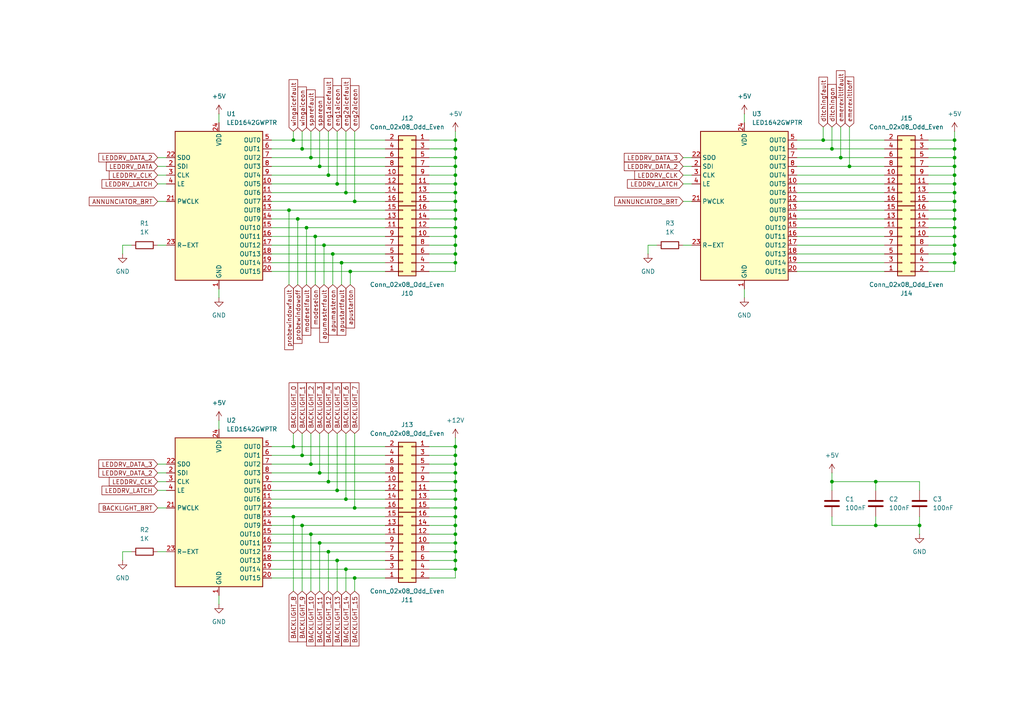
<source format=kicad_sch>
(kicad_sch (version 20231120) (generator "eeschema") (generator_version "8.0")
  (paper "A4")
  (lib_symbols
    (symbol "Connector_Generic:Conn_02x08_Odd_Even" (pin_names (offset 1.016) hide)
      (property "Reference" "J" (at 1.27 10.16 0))
      (property "Value" "Conn_02x08_Odd_Even" (at 1.27 -12.7 0))
      (symbol "Conn_02x08_Odd_Even_1_1"
        (rectangle (start -1.27 -10.033) (end 0 -10.287) (stroke (width 0.1524)))
        (rectangle (start -1.27 -7.493) (end 0 -7.747) (stroke (width 0.1524)))
        (rectangle (start -1.27 -4.953) (end 0 -5.207) (stroke (width 0.1524)))
        (rectangle (start -1.27 -2.413) (end 0 -2.667) (stroke (width 0.1524)))
        (rectangle (start -1.27 0.127) (end 0 -0.127) (stroke (width 0.1524)))
        (rectangle (start -1.27 2.667) (end 0 2.413) (stroke (width 0.1524)))
        (rectangle (start -1.27 5.207) (end 0 4.953) (stroke (width 0.1524)))
        (rectangle (start -1.27 7.747) (end 0 7.493) (stroke (width 0.1524)))
        (rectangle (start -1.27 8.89) (end 3.81 -11.43) (stroke (width 0.254)) (fill (type background)))
        (rectangle (start 3.81 -10.033) (end 2.54 -10.287) (stroke (width 0.1524)))
        (rectangle (start 3.81 -7.493) (end 2.54 -7.747) (stroke (width 0.1524)))
        (rectangle (start 3.81 -4.953) (end 2.54 -5.207) (stroke (width 0.1524)))
        (rectangle (start 3.81 -2.413) (end 2.54 -2.667) (stroke (width 0.1524)))
        (rectangle (start 3.81 0.127) (end 2.54 -0.127) (stroke (width 0.1524)))
        (rectangle (start 3.81 2.667) (end 2.54 2.413) (stroke (width 0.1524)))
        (rectangle (start 3.81 5.207) (end 2.54 4.953) (stroke (width 0.1524)))
        (rectangle (start 3.81 7.747) (end 2.54 7.493) (stroke (width 0.1524)))
        (pin passive line (at -5.08 7.62 0) (length 3.81) (name "Pin_1") (number "1"))
        (pin passive line (at 7.62 -2.54 180) (length 3.81) (name "Pin_10") (number "10"))
        (pin passive line (at -5.08 -5.08 0) (length 3.81) (name "Pin_11") (number "11"))
        (pin passive line (at 7.62 -5.08 180) (length 3.81) (name "Pin_12") (number "12"))
        (pin passive line (at -5.08 -7.62 0) (length 3.81) (name "Pin_13") (number "13"))
        (pin passive line (at 7.62 -7.62 180) (length 3.81) (name "Pin_14") (number "14"))
        (pin passive line (at -5.08 -10.16 0) (length 3.81) (name "Pin_15") (number "15"))
        (pin passive line (at 7.62 -10.16 180) (length 3.81) (name "Pin_16") (number "16"))
        (pin passive line (at 7.62 7.62 180) (length 3.81) (name "Pin_2") (number "2"))
        (pin passive line (at -5.08 5.08 0) (length 3.81) (name "Pin_3") (number "3"))
        (pin passive line (at 7.62 5.08 180) (length 3.81) (name "Pin_4") (number "4"))
        (pin passive line (at -5.08 2.54 0) (length 3.81) (name "Pin_5") (number "5"))
        (pin passive line (at 7.62 2.54 180) (length 3.81) (name "Pin_6") (number "6"))
        (pin passive line (at -5.08 0 0) (length 3.81) (name "Pin_7") (number "7"))
        (pin passive line (at 7.62 0 180) (length 3.81) (name "Pin_8") (number "8"))
        (pin passive line (at -5.08 -2.54 0) (length 3.81) (name "Pin_9") (number "9"))
      )
    )
    (symbol "Device:C" (pin_numbers hide) (pin_names (offset 0.254))
      (property "Reference" "C" (at 0.635 2.54 0))
      (property "Value" "C" (at 0.635 -2.54 0))
      (symbol "C_0_1"
        (polyline (pts (xy -2.032 -0.762) (xy 2.032 -0.762)) (stroke (width 0.508)))
        (polyline (pts (xy -2.032 0.762) (xy 2.032 0.762)) (stroke (width 0.508)))
      )
      (symbol "C_1_1"
        (pin passive line (at 0 3.81 270) (length 2.794) (name "~") (number "1"))
        (pin passive line (at 0 -3.81 90) (length 2.794) (name "~") (number "2"))
      )
    )
    (symbol "Device:R" (pin_numbers hide) (pin_names (offset 0))
      (property "Reference" "R" (at 2.032 0 90))
      (property "Value" "R" (at 0 0 90))
      (symbol "R_0_1"
        (rectangle (start -1.016 -2.54) (end 1.016 2.54) (stroke (width 0.254)))
      )
      (symbol "R_1_1"
        (pin passive line (at 0 3.81 270) (length 1.27) (name "~") (number "1"))
        (pin passive line (at 0 -3.81 90) (length 1.27) (name "~") (number "2"))
      )
    )
    (symbol "Driver_LED:LED1642GWPTR"
      (property "Reference" "U" (at -12.7 21.59 0))
      (property "Value" "LED1642GWPTR" (at 2.54 21.59 0))
      (symbol "LED1642GWPTR_0_1"
        (rectangle (start -12.7 20.32) (end 12.7 -22.86) (stroke (width 0.254)) (fill (type background)))
      )
      (symbol "LED1642GWPTR_1_1"
        (pin power_in line (at 0 -25.4 90) (length 2.54) (name "GND") (number "1"))
        (pin output line (at 15.24 5.08 180) (length 2.54) (name "OUT5") (number "10"))
        (pin output line (at 15.24 2.54 180) (length 2.54) (name "OUT6") (number "11"))
        (pin output line (at 15.24 0 180) (length 2.54) (name "OUT7") (number "12"))
        (pin output line (at 15.24 -2.54 180) (length 2.54) (name "OUT8") (number "13"))
        (pin output line (at 15.24 -5.08 180) (length 2.54) (name "OUT9") (number "14"))
        (pin output line (at 15.24 -7.62 180) (length 2.54) (name "OUT10") (number "15"))
        (pin output line (at 15.24 -10.16 180) (length 2.54) (name "OUT11") (number "16"))
        (pin output line (at 15.24 -12.7 180) (length 2.54) (name "OUT12") (number "17"))
        (pin output line (at 15.24 -15.24 180) (length 2.54) (name "OUT13") (number "18"))
        (pin output line (at 15.24 -17.78 180) (length 2.54) (name "OUT14") (number "19"))
        (pin input line (at -15.24 10.16 0) (length 2.54) (name "SDI") (number "2"))
        (pin output line (at 15.24 -20.32 180) (length 2.54) (name "OUT15") (number "20"))
        (pin input line (at -15.24 0 0) (length 2.54) (name "PWCLK") (number "21"))
        (pin output line (at -15.24 12.7 0) (length 2.54) (name "SDO") (number "22"))
        (pin passive line (at -15.24 -12.7 0) (length 2.54) (name "R-EXT") (number "23"))
        (pin power_in line (at 0 22.86 270) (length 2.54) (name "VDD") (number "24"))
        (pin input line (at -15.24 7.62 0) (length 2.54) (name "CLK") (number "3"))
        (pin input line (at -15.24 5.08 0) (length 2.54) (name "LE") (number "4"))
        (pin output line (at 15.24 17.78 180) (length 2.54) (name "OUT0") (number "5"))
        (pin output line (at 15.24 15.24 180) (length 2.54) (name "OUT1") (number "6"))
        (pin output line (at 15.24 12.7 180) (length 2.54) (name "OUT2") (number "7"))
        (pin output line (at 15.24 10.16 180) (length 2.54) (name "OUT3") (number "8"))
        (pin output line (at 15.24 7.62 180) (length 2.54) (name "OUT4") (number "9"))
      )
    )
    (symbol "power:+12V" (power) (pin_numbers hide) (pin_names (offset 0) hide)
      (property "Value" "+12V" (at 0 3.556 0))
      (symbol "+12V_0_1"
        (polyline (pts (xy -0.762 1.27) (xy 0 2.54)))
        (polyline (pts (xy 0 0) (xy 0 2.54)))
        (polyline (pts (xy 0 2.54) (xy 0.762 1.27)))
      )
      (symbol "+12V_1_1"
        (pin power_in line (at 0 0 90) (length 0) (name "~") (number "1"))
      )
    )
    (symbol "power:+5V" (power) (pin_numbers hide) (pin_names (offset 0) hide)
      (property "Value" "+5V" (at 0 3.556 0))
      (symbol "+5V_0_1"
        (polyline (pts (xy -0.762 1.27) (xy 0 2.54)))
        (polyline (pts (xy 0 0) (xy 0 2.54)))
        (polyline (pts (xy 0 2.54) (xy 0.762 1.27)))
      )
      (symbol "+5V_1_1"
        (pin power_in line (at 0 0 90) (length 0) (name "~") (number "1"))
      )
    )
    (symbol "power:GND" (power) (pin_numbers hide) (pin_names (offset 0) hide)
      (property "Value" "GND" (at 0 -3.81 0))
      (symbol "GND_0_1"
        (polyline (pts (xy 0 0) (xy 0 -1.27) (xy 1.27 -1.27) (xy 0 -2.54) (xy -1.27 -1.27) (xy 0 -1.27)))
      )
      (symbol "GND_1_1"
        (pin power_in line (at 0 0 270) (length 0) (name "~") (number "1"))
      )
    )
  )
  (junction (at 276.86 48.26))
  (junction (at 85.09 129.54))
  (junction (at 276.86 58.42))
  (junction (at 87.63 43.18))
  (junction (at 102.87 58.42))
  (junction (at 95.25 50.8))
  (junction (at 132.08 43.18))
  (junction (at 132.08 139.7))
  (junction (at 132.08 152.4))
  (junction (at 132.08 157.48))
  (junction (at 95.25 160.02))
  (junction (at 246.38 48.26))
  (junction (at 87.63 132.08))
  (junction (at 132.08 53.34))
  (junction (at 132.08 137.16))
  (junction (at 95.25 139.7))
  (junction (at 100.33 165.1))
  (junction (at 132.08 58.42))
  (junction (at 276.86 76.2))
  (junction (at 97.79 53.34))
  (junction (at 97.79 162.56))
  (junction (at 99.06 76.2))
  (junction (at 132.08 132.08))
  (junction (at 88.9 66.04))
  (junction (at 85.09 149.86))
  (junction (at 276.86 60.96))
  (junction (at 132.08 48.26))
  (junction (at 276.86 66.04))
  (junction (at 132.08 66.04))
  (junction (at 132.08 134.62))
  (junction (at 276.86 71.12))
  (junction (at 85.09 40.64))
  (junction (at 276.86 53.34))
  (junction (at 132.08 50.8))
  (junction (at 132.08 129.54))
  (junction (at 132.08 76.2))
  (junction (at 101.6 78.74))
  (junction (at 132.08 45.72))
  (junction (at 266.7 152.4))
  (junction (at 132.08 142.24))
  (junction (at 132.08 55.88))
  (junction (at 100.33 144.78))
  (junction (at 132.08 162.56))
  (junction (at 90.17 45.72))
  (junction (at 276.86 55.88))
  (junction (at 241.3 139.7))
  (junction (at 276.86 43.18))
  (junction (at 276.86 73.66))
  (junction (at 90.17 134.62))
  (junction (at 92.71 157.48))
  (junction (at 132.08 71.12))
  (junction (at 276.86 45.72))
  (junction (at 132.08 68.58))
  (junction (at 276.86 63.5))
  (junction (at 132.08 165.1))
  (junction (at 241.3 43.18))
  (junction (at 132.08 40.64))
  (junction (at 132.08 73.66))
  (junction (at 92.71 137.16))
  (junction (at 238.76 40.64))
  (junction (at 132.08 60.96))
  (junction (at 132.08 149.86))
  (junction (at 254 139.7))
  (junction (at 93.98 71.12))
  (junction (at 243.84 45.72))
  (junction (at 86.36 63.5))
  (junction (at 254 152.4))
  (junction (at 100.33 55.88))
  (junction (at 132.08 144.78))
  (junction (at 102.87 167.64))
  (junction (at 276.86 68.58))
  (junction (at 97.79 142.24))
  (junction (at 87.63 152.4))
  (junction (at 102.87 147.32))
  (junction (at 90.17 154.94))
  (junction (at 132.08 147.32))
  (junction (at 83.82 60.96))
  (junction (at 132.08 154.94))
  (junction (at 92.71 48.26))
  (junction (at 276.86 50.8))
  (junction (at 91.44 68.58))
  (junction (at 132.08 63.5))
  (junction (at 96.52 73.66))
  (junction (at 276.86 40.64))
  (junction (at 132.08 160.02))
  (wire (pts (xy 124.46 53.34) (xy 132.08 53.34)))
  (wire (pts (xy 124.46 142.24) (xy 132.08 142.24)))
  (wire (pts (xy 90.17 38.1) (xy 90.17 45.72)))
  (wire (pts (xy 132.08 58.42) (xy 132.08 60.96)))
  (wire (pts (xy 102.87 58.42) (xy 111.76 58.42)))
  (wire (pts (xy 231.14 71.12) (xy 256.54 71.12)))
  (wire (pts (xy 231.14 76.2) (xy 256.54 76.2)))
  (wire (pts (xy 124.46 40.64) (xy 132.08 40.64)))
  (wire (pts (xy 78.74 45.72) (xy 90.17 45.72)))
  (wire (pts (xy 269.24 55.88) (xy 276.86 55.88)))
  (wire (pts (xy 90.17 134.62) (xy 111.76 134.62)))
  (wire (pts (xy 124.46 78.74) (xy 132.08 78.74)))
  (wire (pts (xy 132.08 165.1) (xy 132.08 167.64)))
  (wire (pts (xy 231.14 58.42) (xy 256.54 58.42)))
  (wire (pts (xy 132.08 71.12) (xy 132.08 73.66)))
  (wire (pts (xy 231.14 53.34) (xy 256.54 53.34)))
  (wire (pts (xy 243.84 45.72) (xy 256.54 45.72)))
  (wire (pts (xy 102.87 167.64) (xy 111.76 167.64)))
  (wire (pts (xy 124.46 73.66) (xy 132.08 73.66)))
  (wire (pts (xy 87.63 38.1) (xy 87.63 43.18)))
  (wire (pts (xy 97.79 162.56) (xy 97.79 171.45)))
  (wire (pts (xy 99.06 76.2) (xy 99.06 82.55)))
  (wire (pts (xy 124.46 137.16) (xy 132.08 137.16)))
  (wire (pts (xy 92.71 137.16) (xy 111.76 137.16)))
  (wire (pts (xy 124.46 45.72) (xy 132.08 45.72)))
  (wire (pts (xy 99.06 76.2) (xy 111.76 76.2)))
  (wire (pts (xy 78.74 167.64) (xy 102.87 167.64)))
  (wire (pts (xy 276.86 63.5) (xy 276.86 66.04)))
  (wire (pts (xy 102.87 147.32) (xy 111.76 147.32)))
  (wire (pts (xy 243.84 36.83) (xy 243.84 45.72)))
  (wire (pts (xy 246.38 48.26) (xy 256.54 48.26)))
  (wire (pts (xy 198.12 53.34) (xy 200.66 53.34)))
  (wire (pts (xy 45.72 137.16) (xy 48.26 137.16)))
  (wire (pts (xy 63.5 121.92) (xy 63.5 124.46)))
  (wire (pts (xy 187.96 71.12) (xy 190.5 71.12)))
  (wire (pts (xy 276.86 50.8) (xy 276.86 53.34)))
  (wire (pts (xy 132.08 160.02) (xy 132.08 162.56)))
  (wire (pts (xy 231.14 50.8) (xy 256.54 50.8)))
  (wire (pts (xy 231.14 43.18) (xy 241.3 43.18)))
  (wire (pts (xy 198.12 45.72) (xy 200.66 45.72)))
  (wire (pts (xy 254 139.7) (xy 254 142.24)))
  (wire (pts (xy 132.08 139.7) (xy 132.08 142.24)))
  (wire (pts (xy 266.7 152.4) (xy 266.7 154.94)))
  (wire (pts (xy 132.08 68.58) (xy 132.08 71.12)))
  (wire (pts (xy 78.74 152.4) (xy 87.63 152.4)))
  (wire (pts (xy 231.14 40.64) (xy 238.76 40.64)))
  (wire (pts (xy 276.86 43.18) (xy 276.86 45.72)))
  (wire (pts (xy 132.08 129.54) (xy 132.08 132.08)))
  (wire (pts (xy 132.08 38.1) (xy 132.08 40.64)))
  (wire (pts (xy 132.08 76.2) (xy 132.08 78.74)))
  (wire (pts (xy 276.86 45.72) (xy 276.86 48.26)))
  (wire (pts (xy 231.14 48.26) (xy 246.38 48.26)))
  (wire (pts (xy 124.46 48.26) (xy 132.08 48.26)))
  (wire (pts (xy 78.74 48.26) (xy 92.71 48.26)))
  (wire (pts (xy 132.08 157.48) (xy 132.08 160.02)))
  (wire (pts (xy 269.24 60.96) (xy 276.86 60.96)))
  (wire (pts (xy 132.08 50.8) (xy 132.08 53.34)))
  (wire (pts (xy 269.24 76.2) (xy 276.86 76.2)))
  (wire (pts (xy 215.9 33.02) (xy 215.9 35.56)))
  (wire (pts (xy 45.72 139.7) (xy 48.26 139.7)))
  (wire (pts (xy 78.74 50.8) (xy 95.25 50.8)))
  (wire (pts (xy 231.14 60.96) (xy 256.54 60.96)))
  (wire (pts (xy 87.63 152.4) (xy 111.76 152.4)))
  (wire (pts (xy 124.46 68.58) (xy 132.08 68.58)))
  (wire (pts (xy 92.71 48.26) (xy 111.76 48.26)))
  (wire (pts (xy 238.76 36.83) (xy 238.76 40.64)))
  (wire (pts (xy 132.08 154.94) (xy 132.08 157.48)))
  (wire (pts (xy 92.71 157.48) (xy 92.71 171.45)))
  (wire (pts (xy 100.33 38.1) (xy 100.33 55.88)))
  (wire (pts (xy 269.24 78.74) (xy 276.86 78.74)))
  (wire (pts (xy 86.36 63.5) (xy 86.36 82.55)))
  (wire (pts (xy 198.12 48.26) (xy 200.66 48.26)))
  (wire (pts (xy 254 139.7) (xy 241.3 139.7)))
  (wire (pts (xy 198.12 58.42) (xy 200.66 58.42)))
  (wire (pts (xy 241.3 36.83) (xy 241.3 43.18)))
  (wire (pts (xy 90.17 154.94) (xy 90.17 171.45)))
  (wire (pts (xy 45.72 71.12) (xy 48.26 71.12)))
  (wire (pts (xy 78.74 134.62) (xy 90.17 134.62)))
  (wire (pts (xy 78.74 40.64) (xy 85.09 40.64)))
  (wire (pts (xy 231.14 78.74) (xy 256.54 78.74)))
  (wire (pts (xy 78.74 60.96) (xy 83.82 60.96)))
  (wire (pts (xy 93.98 71.12) (xy 93.98 82.55)))
  (wire (pts (xy 132.08 147.32) (xy 132.08 149.86)))
  (wire (pts (xy 231.14 45.72) (xy 243.84 45.72)))
  (wire (pts (xy 45.72 48.26) (xy 48.26 48.26)))
  (wire (pts (xy 78.74 78.74) (xy 101.6 78.74)))
  (wire (pts (xy 254 149.86) (xy 254 152.4)))
  (wire (pts (xy 276.86 73.66) (xy 276.86 76.2)))
  (wire (pts (xy 269.24 43.18) (xy 276.86 43.18)))
  (wire (pts (xy 78.74 154.94) (xy 90.17 154.94)))
  (wire (pts (xy 95.25 160.02) (xy 111.76 160.02)))
  (wire (pts (xy 78.74 43.18) (xy 87.63 43.18)))
  (wire (pts (xy 45.72 50.8) (xy 48.26 50.8)))
  (wire (pts (xy 85.09 129.54) (xy 111.76 129.54)))
  (wire (pts (xy 276.86 66.04) (xy 276.86 68.58)))
  (wire (pts (xy 86.36 63.5) (xy 111.76 63.5)))
  (wire (pts (xy 95.25 38.1) (xy 95.25 50.8)))
  (wire (pts (xy 90.17 45.72) (xy 111.76 45.72)))
  (wire (pts (xy 124.46 132.08) (xy 132.08 132.08)))
  (wire (pts (xy 78.74 73.66) (xy 96.52 73.66)))
  (wire (pts (xy 269.24 48.26) (xy 276.86 48.26)))
  (wire (pts (xy 124.46 154.94) (xy 132.08 154.94)))
  (wire (pts (xy 132.08 137.16) (xy 132.08 139.7)))
  (wire (pts (xy 90.17 125.73) (xy 90.17 134.62)))
  (wire (pts (xy 132.08 45.72) (xy 132.08 48.26)))
  (wire (pts (xy 124.46 167.64) (xy 132.08 167.64)))
  (wire (pts (xy 124.46 157.48) (xy 132.08 157.48)))
  (wire (pts (xy 78.74 63.5) (xy 86.36 63.5)))
  (wire (pts (xy 91.44 68.58) (xy 111.76 68.58)))
  (wire (pts (xy 97.79 53.34) (xy 111.76 53.34)))
  (wire (pts (xy 198.12 71.12) (xy 200.66 71.12)))
  (wire (pts (xy 269.24 66.04) (xy 276.86 66.04)))
  (wire (pts (xy 78.74 165.1) (xy 100.33 165.1)))
  (wire (pts (xy 124.46 162.56) (xy 132.08 162.56)))
  (wire (pts (xy 276.86 55.88) (xy 276.86 58.42)))
  (wire (pts (xy 93.98 71.12) (xy 111.76 71.12)))
  (wire (pts (xy 95.25 50.8) (xy 111.76 50.8)))
  (wire (pts (xy 124.46 134.62) (xy 132.08 134.62)))
  (wire (pts (xy 78.74 144.78) (xy 100.33 144.78)))
  (wire (pts (xy 87.63 43.18) (xy 111.76 43.18)))
  (wire (pts (xy 101.6 78.74) (xy 111.76 78.74)))
  (wire (pts (xy 102.87 38.1) (xy 102.87 58.42)))
  (wire (pts (xy 132.08 48.26) (xy 132.08 50.8)))
  (wire (pts (xy 231.14 55.88) (xy 256.54 55.88)))
  (wire (pts (xy 63.5 83.82) (xy 63.5 86.36)))
  (wire (pts (xy 95.25 160.02) (xy 95.25 171.45)))
  (wire (pts (xy 132.08 142.24) (xy 132.08 144.78)))
  (wire (pts (xy 132.08 144.78) (xy 132.08 147.32)))
  (wire (pts (xy 90.17 154.94) (xy 111.76 154.94)))
  (wire (pts (xy 45.72 160.02) (xy 48.26 160.02)))
  (wire (pts (xy 95.25 125.73) (xy 95.25 139.7)))
  (wire (pts (xy 132.08 152.4) (xy 132.08 154.94)))
  (wire (pts (xy 97.79 125.73) (xy 97.79 142.24)))
  (wire (pts (xy 83.82 60.96) (xy 111.76 60.96)))
  (wire (pts (xy 87.63 152.4) (xy 87.63 171.45)))
  (wire (pts (xy 100.33 165.1) (xy 111.76 165.1)))
  (wire (pts (xy 85.09 125.73) (xy 85.09 129.54)))
  (wire (pts (xy 88.9 66.04) (xy 111.76 66.04)))
  (wire (pts (xy 83.82 60.96) (xy 83.82 82.55)))
  (wire (pts (xy 85.09 149.86) (xy 111.76 149.86)))
  (wire (pts (xy 276.86 40.64) (xy 276.86 43.18)))
  (wire (pts (xy 276.86 60.96) (xy 276.86 63.5)))
  (wire (pts (xy 124.46 139.7) (xy 132.08 139.7)))
  (wire (pts (xy 132.08 60.96) (xy 132.08 63.5)))
  (wire (pts (xy 97.79 142.24) (xy 111.76 142.24)))
  (wire (pts (xy 124.46 144.78) (xy 132.08 144.78)))
  (wire (pts (xy 91.44 68.58) (xy 91.44 82.55)))
  (wire (pts (xy 269.24 50.8) (xy 276.86 50.8)))
  (wire (pts (xy 78.74 129.54) (xy 85.09 129.54)))
  (wire (pts (xy 124.46 129.54) (xy 132.08 129.54)))
  (wire (pts (xy 78.74 157.48) (xy 92.71 157.48)))
  (wire (pts (xy 96.52 73.66) (xy 96.52 82.55)))
  (wire (pts (xy 87.63 132.08) (xy 111.76 132.08)))
  (wire (pts (xy 85.09 40.64) (xy 111.76 40.64)))
  (wire (pts (xy 187.96 73.66) (xy 187.96 71.12)))
  (wire (pts (xy 266.7 149.86) (xy 266.7 152.4)))
  (wire (pts (xy 63.5 33.02) (xy 63.5 35.56)))
  (wire (pts (xy 35.56 160.02) (xy 38.1 160.02)))
  (wire (pts (xy 124.46 147.32) (xy 132.08 147.32)))
  (wire (pts (xy 254 152.4) (xy 266.7 152.4)))
  (wire (pts (xy 241.3 43.18) (xy 256.54 43.18)))
  (wire (pts (xy 124.46 60.96) (xy 132.08 60.96)))
  (wire (pts (xy 266.7 139.7) (xy 254 139.7)))
  (wire (pts (xy 269.24 45.72) (xy 276.86 45.72)))
  (wire (pts (xy 231.14 68.58) (xy 256.54 68.58)))
  (wire (pts (xy 132.08 127) (xy 132.08 129.54)))
  (wire (pts (xy 132.08 63.5) (xy 132.08 66.04)))
  (wire (pts (xy 45.72 53.34) (xy 48.26 53.34)))
  (wire (pts (xy 100.33 125.73) (xy 100.33 144.78)))
  (wire (pts (xy 132.08 132.08) (xy 132.08 134.62)))
  (wire (pts (xy 45.72 45.72) (xy 48.26 45.72)))
  (wire (pts (xy 269.24 63.5) (xy 276.86 63.5)))
  (wire (pts (xy 215.9 83.82) (xy 215.9 86.36)))
  (wire (pts (xy 95.25 139.7) (xy 111.76 139.7)))
  (wire (pts (xy 78.74 139.7) (xy 95.25 139.7)))
  (wire (pts (xy 132.08 40.64) (xy 132.08 43.18)))
  (wire (pts (xy 266.7 142.24) (xy 266.7 139.7)))
  (wire (pts (xy 45.72 147.32) (xy 48.26 147.32)))
  (wire (pts (xy 241.3 137.16) (xy 241.3 139.7)))
  (wire (pts (xy 269.24 71.12) (xy 276.86 71.12)))
  (wire (pts (xy 246.38 36.83) (xy 246.38 48.26)))
  (wire (pts (xy 35.56 73.66) (xy 35.56 71.12)))
  (wire (pts (xy 231.14 66.04) (xy 256.54 66.04)))
  (wire (pts (xy 276.86 38.1) (xy 276.86 40.64)))
  (wire (pts (xy 45.72 134.62) (xy 48.26 134.62)))
  (wire (pts (xy 78.74 71.12) (xy 93.98 71.12)))
  (wire (pts (xy 276.86 71.12) (xy 276.86 73.66)))
  (wire (pts (xy 269.24 40.64) (xy 276.86 40.64)))
  (wire (pts (xy 241.3 149.86) (xy 241.3 152.4)))
  (wire (pts (xy 132.08 66.04) (xy 132.08 68.58)))
  (wire (pts (xy 269.24 68.58) (xy 276.86 68.58)))
  (wire (pts (xy 241.3 139.7) (xy 241.3 142.24)))
  (wire (pts (xy 124.46 165.1) (xy 132.08 165.1)))
  (wire (pts (xy 92.71 157.48) (xy 111.76 157.48)))
  (wire (pts (xy 276.86 76.2) (xy 276.86 78.74)))
  (wire (pts (xy 241.3 152.4) (xy 254 152.4)))
  (wire (pts (xy 85.09 149.86) (xy 85.09 171.45)))
  (wire (pts (xy 78.74 162.56) (xy 97.79 162.56)))
  (wire (pts (xy 132.08 55.88) (xy 132.08 58.42)))
  (wire (pts (xy 124.46 50.8) (xy 132.08 50.8)))
  (wire (pts (xy 78.74 132.08) (xy 87.63 132.08)))
  (wire (pts (xy 231.14 63.5) (xy 256.54 63.5)))
  (wire (pts (xy 35.56 162.56) (xy 35.56 160.02)))
  (wire (pts (xy 132.08 162.56) (xy 132.08 165.1)))
  (wire (pts (xy 78.74 53.34) (xy 97.79 53.34)))
  (wire (pts (xy 132.08 134.62) (xy 132.08 137.16)))
  (wire (pts (xy 45.72 142.24) (xy 48.26 142.24)))
  (wire (pts (xy 100.33 55.88) (xy 111.76 55.88)))
  (wire (pts (xy 132.08 53.34) (xy 132.08 55.88)))
  (wire (pts (xy 78.74 68.58) (xy 91.44 68.58)))
  (wire (pts (xy 124.46 66.04) (xy 132.08 66.04)))
  (wire (pts (xy 124.46 152.4) (xy 132.08 152.4)))
  (wire (pts (xy 92.71 38.1) (xy 92.71 48.26)))
  (wire (pts (xy 231.14 73.66) (xy 256.54 73.66)))
  (wire (pts (xy 132.08 149.86) (xy 132.08 152.4)))
  (wire (pts (xy 124.46 160.02) (xy 132.08 160.02)))
  (wire (pts (xy 97.79 38.1) (xy 97.79 53.34)))
  (wire (pts (xy 132.08 43.18) (xy 132.08 45.72)))
  (wire (pts (xy 78.74 76.2) (xy 99.06 76.2)))
  (wire (pts (xy 78.74 66.04) (xy 88.9 66.04)))
  (wire (pts (xy 102.87 125.73) (xy 102.87 147.32)))
  (wire (pts (xy 124.46 55.88) (xy 132.08 55.88)))
  (wire (pts (xy 97.79 162.56) (xy 111.76 162.56)))
  (wire (pts (xy 276.86 58.42) (xy 276.86 60.96)))
  (wire (pts (xy 102.87 167.64) (xy 102.87 171.45)))
  (wire (pts (xy 96.52 73.66) (xy 111.76 73.66)))
  (wire (pts (xy 124.46 63.5) (xy 132.08 63.5)))
  (wire (pts (xy 78.74 142.24) (xy 97.79 142.24)))
  (wire (pts (xy 63.5 172.72) (xy 63.5 175.26)))
  (wire (pts (xy 88.9 66.04) (xy 88.9 82.55)))
  (wire (pts (xy 78.74 55.88) (xy 100.33 55.88)))
  (wire (pts (xy 92.71 125.73) (xy 92.71 137.16)))
  (wire (pts (xy 276.86 53.34) (xy 276.86 55.88)))
  (wire (pts (xy 124.46 43.18) (xy 132.08 43.18)))
  (wire (pts (xy 78.74 149.86) (xy 85.09 149.86)))
  (wire (pts (xy 269.24 53.34) (xy 276.86 53.34)))
  (wire (pts (xy 78.74 147.32) (xy 102.87 147.32)))
  (wire (pts (xy 85.09 38.1) (xy 85.09 40.64)))
  (wire (pts (xy 198.12 50.8) (xy 200.66 50.8)))
  (wire (pts (xy 35.56 71.12) (xy 38.1 71.12)))
  (wire (pts (xy 238.76 40.64) (xy 256.54 40.64)))
  (wire (pts (xy 78.74 160.02) (xy 95.25 160.02)))
  (wire (pts (xy 100.33 165.1) (xy 100.33 171.45)))
  (wire (pts (xy 269.24 58.42) (xy 276.86 58.42)))
  (wire (pts (xy 45.72 58.42) (xy 48.26 58.42)))
  (wire (pts (xy 100.33 144.78) (xy 111.76 144.78)))
  (wire (pts (xy 132.08 73.66) (xy 132.08 76.2)))
  (wire (pts (xy 124.46 58.42) (xy 132.08 58.42)))
  (wire (pts (xy 87.63 125.73) (xy 87.63 132.08)))
  (wire (pts (xy 124.46 71.12) (xy 132.08 71.12)))
  (wire (pts (xy 276.86 68.58) (xy 276.86 71.12)))
  (wire (pts (xy 124.46 76.2) (xy 132.08 76.2)))
  (wire (pts (xy 269.24 73.66) (xy 276.86 73.66)))
  (wire (pts (xy 101.6 78.74) (xy 101.6 82.55)))
  (wire (pts (xy 78.74 137.16) (xy 92.71 137.16)))
  (wire (pts (xy 78.74 58.42) (xy 102.87 58.42)))
  (wire (pts (xy 124.46 149.86) (xy 132.08 149.86)))
  (wire (pts (xy 276.86 48.26) (xy 276.86 50.8)))
  (global_label "BACKLIGHT_2" (shape input) (at 90.17 125.73 90) (property "Intersheetrefs" "${INTERSHEET_REFS}" (effects (hide yes))))
  (global_label "wingaicefault" (shape input) (at 85.09 38.1 90) (property "Intersheetrefs" "${INTERSHEET_REFS}" (effects (hide yes))))
  (global_label "wingaiceon" (shape input) (at 87.63 38.1 90) (property "Intersheetrefs" "${INTERSHEET_REFS}" (effects (hide yes))))
  (global_label "eng1aicefault" (shape input) (at 95.25 38.1 90) (property "Intersheetrefs" "${INTERSHEET_REFS}" (effects (hide yes))))
  (global_label "emerexitltoff" (shape input) (at 246.38 36.83 90) (property "Intersheetrefs" "${INTERSHEET_REFS}" (effects (hide yes))))
  (global_label "ANNUNCIATOR_BRT" (shape input) (at 198.12 58.42 180) (property "Intersheetrefs" "${INTERSHEET_REFS}" (effects (hide yes))))
  (global_label "apumasterfault" (shape input) (at 93.98 82.55 270) (property "Intersheetrefs" "${INTERSHEET_REFS}" (effects (hide yes))))
  (global_label "modeselon" (shape input) (at 91.44 82.55 270) (property "Intersheetrefs" "${INTERSHEET_REFS}" (effects (hide yes))))
  (global_label "eng2aiceon" (shape input) (at 102.87 38.1 90) (property "Intersheetrefs" "${INTERSHEET_REFS}" (effects (hide yes))))
  (global_label "spareon" (shape input) (at 92.71 38.1 90) (property "Intersheetrefs" "${INTERSHEET_REFS}" (effects (hide yes))))
  (global_label "LEDDRV_DATA_2" (shape input) (at 45.72 45.72 180) (property "Intersheetrefs" "${INTERSHEET_REFS}" (effects (hide yes))))
  (global_label "LEDDRV_DATA_2" (shape input) (at 45.72 137.16 180) (property "Intersheetrefs" "${INTERSHEET_REFS}" (effects (hide yes))))
  (global_label "BACKLIGHT_9" (shape input) (at 87.63 171.45 270) (property "Intersheetrefs" "${INTERSHEET_REFS}" (effects (hide yes))))
  (global_label "LEDDRV_DATA" (shape input) (at 45.72 48.26 180) (property "Intersheetrefs" "${INTERSHEET_REFS}" (effects (hide yes))))
  (global_label "probewindowoff" (shape input) (at 86.36 82.55 270) (property "Intersheetrefs" "${INTERSHEET_REFS}" (effects (hide yes))))
  (global_label "apustarton" (shape input) (at 101.6 82.55 270) (property "Intersheetrefs" "${INTERSHEET_REFS}" (effects (hide yes))))
  (global_label "BACKLIGHT_4" (shape input) (at 95.25 125.73 90) (property "Intersheetrefs" "${INTERSHEET_REFS}" (effects (hide yes))))
  (global_label "probewindowfault" (shape input) (at 83.82 82.55 270) (property "Intersheetrefs" "${INTERSHEET_REFS}" (effects (hide yes))))
  (global_label "eng1aiceon" (shape input) (at 97.79 38.1 90) (property "Intersheetrefs" "${INTERSHEET_REFS}" (effects (hide yes))))
  (global_label "BACKLIGHT_1" (shape input) (at 87.63 125.73 90) (property "Intersheetrefs" "${INTERSHEET_REFS}" (effects (hide yes))))
  (global_label "emerexitltfault" (shape input) (at 243.84 36.83 90) (property "Intersheetrefs" "${INTERSHEET_REFS}" (effects (hide yes))))
  (global_label "LEDDRV_CLK" (shape input) (at 198.12 50.8 180) (property "Intersheetrefs" "${INTERSHEET_REFS}" (effects (hide yes))))
  (global_label "BACKLIGHT_3" (shape input) (at 92.71 125.73 90) (property "Intersheetrefs" "${INTERSHEET_REFS}" (effects (hide yes))))
  (global_label "BACKLIGHT_BRT" (shape input) (at 45.72 147.32 180) (property "Intersheetrefs" "${INTERSHEET_REFS}" (effects (hide yes))))
  (global_label "ditchingon" (shape input) (at 241.3 36.83 90) (property "Intersheetrefs" "${INTERSHEET_REFS}" (effects (hide yes))))
  (global_label "LEDDRV_CLK" (shape input) (at 45.72 139.7 180) (property "Intersheetrefs" "${INTERSHEET_REFS}" (effects (hide yes))))
  (global_label "LEDDRV_LATCH" (shape input) (at 45.72 53.34 180) (property "Intersheetrefs" "${INTERSHEET_REFS}" (effects (hide yes))))
  (global_label "BACKLIGHT_13" (shape input) (at 97.79 171.45 270) (property "Intersheetrefs" "${INTERSHEET_REFS}" (effects (hide yes))))
  (global_label "LEDDRV_DATA_2" (shape input) (at 198.12 48.26 180) (property "Intersheetrefs" "${INTERSHEET_REFS}" (effects (hide yes))))
  (global_label "BACKLIGHT_12" (shape input) (at 95.25 171.45 270) (property "Intersheetrefs" "${INTERSHEET_REFS}" (effects (hide yes))))
  (global_label "apustartfault" (shape input) (at 99.06 82.55 270) (property "Intersheetrefs" "${INTERSHEET_REFS}" (effects (hide yes))))
  (global_label "LEDDRV_DATA_3" (shape input) (at 198.12 45.72 180) (property "Intersheetrefs" "${INTERSHEET_REFS}" (effects (hide yes))))
  (global_label "LEDDRV_LATCH" (shape input) (at 45.72 142.24 180) (property "Intersheetrefs" "${INTERSHEET_REFS}" (effects (hide yes))))
  (global_label "sparefault" (shape input) (at 90.17 38.1 90) (property "Intersheetrefs" "${INTERSHEET_REFS}" (effects (hide yes))))
  (global_label "BACKLIGHT_14" (shape input) (at 100.33 171.45 270) (property "Intersheetrefs" "${INTERSHEET_REFS}" (effects (hide yes))))
  (global_label "LEDDRV_DATA_3" (shape input) (at 45.72 134.62 180) (property "Intersheetrefs" "${INTERSHEET_REFS}" (effects (hide yes))))
  (global_label "ditchingfault" (shape input) (at 238.76 36.83 90) (property "Intersheetrefs" "${INTERSHEET_REFS}" (effects (hide yes))))
  (global_label "BACKLIGHT_11" (shape input) (at 92.71 171.45 270) (property "Intersheetrefs" "${INTERSHEET_REFS}" (effects (hide yes))))
  (global_label "modeselfault" (shape input) (at 88.9 82.55 270) (property "Intersheetrefs" "${INTERSHEET_REFS}" (effects (hide yes))))
  (global_label "ANNUNCIATOR_BRT" (shape input) (at 45.72 58.42 180) (property "Intersheetrefs" "${INTERSHEET_REFS}" (effects (hide yes))))
  (global_label "BACKLIGHT_5" (shape input) (at 97.79 125.73 90) (property "Intersheetrefs" "${INTERSHEET_REFS}" (effects (hide yes))))
  (global_label "BACKLIGHT_6" (shape input) (at 100.33 125.73 90) (property "Intersheetrefs" "${INTERSHEET_REFS}" (effects (hide yes))))
  (global_label "LEDDRV_LATCH" (shape input) (at 198.12 53.34 180) (property "Intersheetrefs" "${INTERSHEET_REFS}" (effects (hide yes))))
  (global_label "BACKLIGHT_7" (shape input) (at 102.87 125.73 90) (property "Intersheetrefs" "${INTERSHEET_REFS}" (effects (hide yes))))
  (global_label "BACKLIGHT_10" (shape input) (at 90.17 171.45 270) (property "Intersheetrefs" "${INTERSHEET_REFS}" (effects (hide yes))))
  (global_label "eng2aicefault" (shape input) (at 100.33 38.1 90) (property "Intersheetrefs" "${INTERSHEET_REFS}" (effects (hide yes))))
  (global_label "LEDDRV_CLK" (shape input) (at 45.72 50.8 180) (property "Intersheetrefs" "${INTERSHEET_REFS}" (effects (hide yes))))
  (global_label "BACKLIGHT_8" (shape input) (at 85.09 171.45 270) (property "Intersheetrefs" "${INTERSHEET_REFS}" (effects (hide yes))))
  (global_label "BACKLIGHT_0" (shape input) (at 85.09 125.73 90) (property "Intersheetrefs" "${INTERSHEET_REFS}" (effects (hide yes))))
  (global_label "BACKLIGHT_15" (shape input) (at 102.87 171.45 270) (property "Intersheetrefs" "${INTERSHEET_REFS}" (effects (hide yes))))
  (global_label "apumasteron" (shape input) (at 96.52 82.55 270) (property "Intersheetrefs" "${INTERSHEET_REFS}" (effects (hide yes))))
  (symbol (lib_id "power:GND") (at 63.5 86.36 0) (unit 1)
    (property "Reference" "#PWR070" (effects (hide yes)))
    (property "Value" "GND" (at 63.5 91.44 0))
    (property "Description" "Power symbol creates a global label with name \"GND\" , ground" (effects (hide yes)))
  )
  (symbol (lib_id "Device:R") (at 41.91 160.02 90) (unit 1)
    (property "Reference" "R2" (at 41.91 153.67 90))
    (property "Value" "1K" (at 41.91 156.21 90))
    (property "Footprint" "Resistor_THT:R_Axial_DIN0207_L6.3mm_D2.5mm_P10.16mm_Horizontal" (effects (hide yes)))
    (property "Description" "Resistor" (effects (hide yes)))
  )
  (symbol (lib_id "power:+5V") (at 63.5 121.92 0) (unit 1)
    (property "Reference" "#PWR071" (effects (hide yes)))
    (property "Value" "+5V" (at 63.5 116.84 0))
    (property "Description" "Power symbol creates a global label with name \"+5V\"" (effects (hide yes)))
  )
  (symbol (lib_id "Connector_Generic:Conn_02x08_Odd_Even") (at 116.84 160.02 0) (mirror x) (unit 1)
    (property "Reference" "J11" (at 118.11 173.99 0))
    (property "Value" "Conn_02x08_Odd_Even" (at 118.11 171.45 0))
    (property "Footprint" "Connector_PinHeader_2.54mm:PinHeader_2x08_P2.54mm_Vertical" (effects (hide yes)))
    (property "Description" "Generic connector, double row, 02x08, odd/even pin numbering scheme (row 1 odd numbers, row 2 even numbers), script generated (kicad-library-utils/schlib/autogen/connector/)" (effects (hide yes)))
  )
  (symbol (lib_id "Driver_LED:LED1642GWPTR") (at 63.5 58.42 0) (unit 1)
    (property "Reference" "U1" (at 65.6941 33.02 0) (effects (justify left)))
    (property "Value" "LED1642GWPTR" (at 65.6941 35.56 0) (effects (justify left)))
    (property "Footprint" "Package_DIP:DIP-24_W7.62mm_LongPads" (effects (hide yes)))
    (property "Datasheet" "https://www.st.com/resource/en/datasheet/led1642gw.pdf" (effects (hide yes)))
    (property "Description" "16-channel LED driver with error detection, current gain control and 12/16 bit PWM brightness control, QSOP-24" (effects (hide yes)))
  )
  (symbol (lib_id "Device:C") (at 241.3 146.05 0) (unit 1)
    (property "Reference" "C1" (at 245.11 144.7799 0) (effects (justify left)))
    (property "Value" "100nF" (at 245.11 147.3199 0) (effects (justify left)))
    (property "Footprint" "Capacitor_THT:C_Disc_D3.0mm_W1.6mm_P2.50mm" (effects (hide yes)))
    (property "Description" "Unpolarized capacitor" (effects (hide yes)))
  )
  (symbol (lib_id "Device:C") (at 266.7 146.05 0) (unit 1)
    (property "Reference" "C3" (at 270.51 144.7799 0) (effects (justify left)))
    (property "Value" "100nF" (at 270.51 147.3199 0) (effects (justify left)))
    (property "Footprint" "Capacitor_THT:C_Disc_D3.0mm_W1.6mm_P2.50mm" (effects (hide yes)))
    (property "Description" "Unpolarized capacitor" (effects (hide yes)))
  )
  (symbol (lib_id "Connector_Generic:Conn_02x08_Odd_Even") (at 119.38 48.26 0) (mirror y) (unit 1)
    (property "Reference" "J12" (at 118.11 34.29 0))
    (property "Value" "Conn_02x08_Odd_Even" (at 118.11 36.83 0))
    (property "Footprint" "Connector_PinHeader_2.54mm:PinHeader_2x08_P2.54mm_Vertical" (effects (hide yes)))
    (property "Description" "Generic connector, double row, 02x08, odd/even pin numbering scheme (row 1 odd numbers, row 2 even numbers), script generated (kicad-library-utils/schlib/autogen/connector/)" (effects (hide yes)))
  )
  (symbol (lib_id "power:+5V") (at 241.3 137.16 0) (unit 1)
    (property "Reference" "#PWR078" (effects (hide yes)))
    (property "Value" "+5V" (at 241.3 132.08 0))
    (property "Description" "Power symbol creates a global label with name \"+5V\"" (effects (hide yes)))
  )
  (symbol (lib_id "power:GND") (at 35.56 73.66 0) (unit 1)
    (property "Reference" "#PWR067" (effects (hide yes)))
    (property "Value" "GND" (at 35.56 78.74 0))
    (property "Description" "Power symbol creates a global label with name \"GND\" , ground" (effects (hide yes)))
  )
  (symbol (lib_id "power:+5V") (at 276.86 38.1 0) (unit 1)
    (property "Reference" "#PWR080" (effects (hide yes)))
    (property "Value" "+5V" (at 276.86 33.02 0))
    (property "Description" "Power symbol creates a global label with name \"+5V\"" (effects (hide yes)))
  )
  (symbol (lib_id "power:+5V") (at 63.5 33.02 0) (unit 1)
    (property "Reference" "#PWR069" (effects (hide yes)))
    (property "Value" "+5V" (at 63.5 27.94 0))
    (property "Description" "Power symbol creates a global label with name \"+5V\"" (effects (hide yes)))
  )
  (symbol (lib_id "Connector_Generic:Conn_02x08_Odd_Even") (at 116.84 71.12 0) (mirror x) (unit 1)
    (property "Reference" "J10" (at 118.11 85.09 0))
    (property "Value" "Conn_02x08_Odd_Even" (at 118.11 82.55 0))
    (property "Footprint" "Connector_PinHeader_2.54mm:PinHeader_2x08_P2.54mm_Vertical" (effects (hide yes)))
    (property "Description" "Generic connector, double row, 02x08, odd/even pin numbering scheme (row 1 odd numbers, row 2 even numbers), script generated (kicad-library-utils/schlib/autogen/connector/)" (effects (hide yes)))
  )
  (symbol (lib_id "power:GND") (at 187.96 73.66 0) (unit 1)
    (property "Reference" "#PWR075" (effects (hide yes)))
    (property "Value" "GND" (at 187.96 78.74 0))
    (property "Description" "Power symbol creates a global label with name \"GND\" , ground" (effects (hide yes)))
  )
  (symbol (lib_id "Connector_Generic:Conn_02x08_Odd_Even") (at 261.62 71.12 0) (mirror x) (unit 1)
    (property "Reference" "J14" (at 262.89 85.09 0))
    (property "Value" "Conn_02x08_Odd_Even" (at 262.89 82.55 0))
    (property "Footprint" "Connector_PinHeader_2.54mm:PinHeader_2x08_P2.54mm_Vertical" (effects (hide yes)))
    (property "Description" "Generic connector, double row, 02x08, odd/even pin numbering scheme (row 1 odd numbers, row 2 even numbers), script generated (kicad-library-utils/schlib/autogen/connector/)" (effects (hide yes)))
  )
  (symbol (lib_id "Driver_LED:LED1642GWPTR") (at 215.9 58.42 0) (unit 1)
    (property "Reference" "U3" (at 218.0941 33.02 0) (effects (justify left)))
    (property "Value" "LED1642GWPTR" (at 218.0941 35.56 0) (effects (justify left)))
    (property "Footprint" "Package_DIP:DIP-24_W7.62mm_LongPads" (effects (hide yes)))
    (property "Datasheet" "https://www.st.com/resource/en/datasheet/led1642gw.pdf" (effects (hide yes)))
    (property "Description" "16-channel LED driver with error detection, current gain control and 12/16 bit PWM brightness control, QSOP-24" (effects (hide yes)))
  )
  (symbol (lib_id "power:GND") (at 215.9 86.36 0) (unit 1)
    (property "Reference" "#PWR077" (effects (hide yes)))
    (property "Value" "GND" (at 215.9 91.44 0))
    (property "Description" "Power symbol creates a global label with name \"GND\" , ground" (effects (hide yes)))
  )
  (symbol (lib_id "power:GND") (at 63.5 175.26 0) (unit 1)
    (property "Reference" "#PWR072" (effects (hide yes)))
    (property "Value" "GND" (at 63.5 180.34 0))
    (property "Description" "Power symbol creates a global label with name \"GND\" , ground" (effects (hide yes)))
  )
  (symbol (lib_id "Device:R") (at 41.91 71.12 90) (unit 1)
    (property "Reference" "R1" (at 41.91 64.77 90))
    (property "Value" "1K" (at 41.91 67.31 90))
    (property "Footprint" "Resistor_THT:R_Axial_DIN0207_L6.3mm_D2.5mm_P10.16mm_Horizontal" (effects (hide yes)))
    (property "Description" "Resistor" (effects (hide yes)))
  )
  (symbol (lib_id "power:GND") (at 35.56 162.56 0) (unit 1)
    (property "Reference" "#PWR068" (effects (hide yes)))
    (property "Value" "GND" (at 35.56 167.64 0))
    (property "Description" "Power symbol creates a global label with name \"GND\" , ground" (effects (hide yes)))
  )
  (symbol (lib_id "Connector_Generic:Conn_02x08_Odd_Even") (at 119.38 137.16 0) (mirror y) (unit 1)
    (property "Reference" "J13" (at 118.11 123.19 0))
    (property "Value" "Conn_02x08_Odd_Even" (at 118.11 125.73 0))
    (property "Footprint" "Connector_PinHeader_2.54mm:PinHeader_2x08_P2.54mm_Vertical" (effects (hide yes)))
    (property "Description" "Generic connector, double row, 02x08, odd/even pin numbering scheme (row 1 odd numbers, row 2 even numbers), script generated (kicad-library-utils/schlib/autogen/connector/)" (effects (hide yes)))
  )
  (symbol (lib_id "Device:C") (at 254 146.05 0) (unit 1)
    (property "Reference" "C2" (at 257.81 144.7799 0) (effects (justify left)))
    (property "Value" "100nF" (at 257.81 147.3199 0) (effects (justify left)))
    (property "Footprint" "Capacitor_THT:C_Disc_D3.0mm_W1.6mm_P2.50mm" (effects (hide yes)))
    (property "Description" "Unpolarized capacitor" (effects (hide yes)))
  )
  (symbol (lib_id "power:GND") (at 266.7 154.94 0) (unit 1)
    (property "Reference" "#PWR079" (effects (hide yes)))
    (property "Value" "GND" (at 266.7 160.02 0))
    (property "Description" "Power symbol creates a global label with name \"GND\" , ground" (effects (hide yes)))
  )
  (symbol (lib_id "power:+12V") (at 132.08 127 0) (unit 1)
    (property "Reference" "#PWR074" (effects (hide yes)))
    (property "Value" "+12V" (at 132.08 121.92 0))
    (property "Description" "Power symbol creates a global label with name \"+12V\"" (effects (hide yes)))
  )
  (symbol (lib_id "power:+5V") (at 215.9 33.02 0) (unit 1)
    (property "Reference" "#PWR076" (effects (hide yes)))
    (property "Value" "+5V" (at 215.9 27.94 0))
    (property "Description" "Power symbol creates a global label with name \"+5V\"" (effects (hide yes)))
  )
  (symbol (lib_id "power:+5V") (at 132.08 38.1 0) (unit 1)
    (property "Reference" "#PWR073" (effects (hide yes)))
    (property "Value" "+5V" (at 132.08 33.02 0))
    (property "Description" "Power symbol creates a global label with name \"+5V\"" (effects (hide yes)))
  )
  (symbol (lib_id "Connector_Generic:Conn_02x08_Odd_Even") (at 264.16 48.26 0) (mirror y) (unit 1)
    (property "Reference" "J15" (at 262.89 34.29 0))
    (property "Value" "Conn_02x08_Odd_Even" (at 262.89 36.83 0))
    (property "Footprint" "Connector_PinHeader_2.54mm:PinHeader_2x08_P2.54mm_Vertical" (effects (hide yes)))
    (property "Description" "Generic connector, double row, 02x08, odd/even pin numbering scheme (row 1 odd numbers, row 2 even numbers), script generated (kicad-library-utils/schlib/autogen/connector/)" (effects (hide yes)))
  )
  (symbol (lib_id "Driver_LED:LED1642GWPTR") (at 63.5 147.32 0) (unit 1)
    (property "Reference" "U2" (at 65.6941 121.92 0) (effects (justify left)))
    (property "Value" "LED1642GWPTR" (at 65.6941 124.46 0) (effects (justify left)))
    (property "Footprint" "Package_DIP:DIP-24_W7.62mm_LongPads" (effects (hide yes)))
    (property "Datasheet" "https://www.st.com/resource/en/datasheet/led1642gw.pdf" (effects (hide yes)))
    (property "Description" "16-channel LED driver with error detection, current gain control and 12/16 bit PWM brightness control, QSOP-24" (effects (hide yes)))
  )
  (symbol (lib_id "Device:R") (at 194.31 71.12 90) (unit 1)
    (property "Reference" "R3" (at 194.31 64.77 90))
    (property "Value" "1K" (at 194.31 67.31 90))
    (property "Footprint" "Resistor_THT:R_Axial_DIN0207_L6.3mm_D2.5mm_P10.16mm_Horizontal" (effects (hide yes)))
    (property "Description" "Resistor" (effects (hide yes)))
  )
)
</source>
